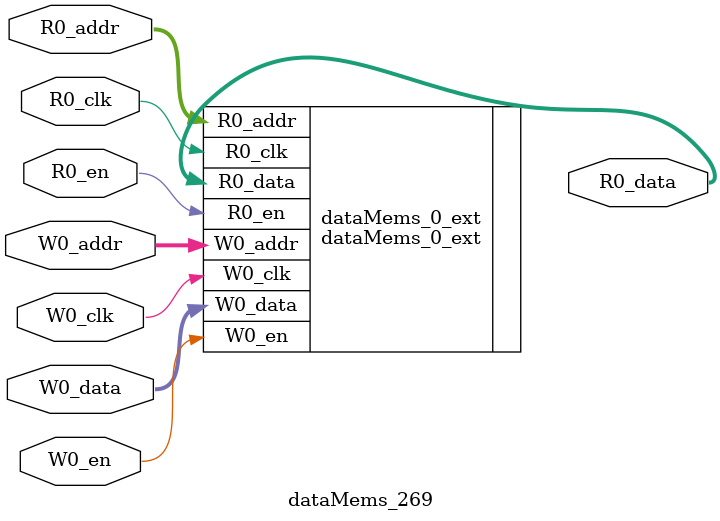
<source format=sv>
`ifndef RANDOMIZE
  `ifdef RANDOMIZE_REG_INIT
    `define RANDOMIZE
  `endif // RANDOMIZE_REG_INIT
`endif // not def RANDOMIZE
`ifndef RANDOMIZE
  `ifdef RANDOMIZE_MEM_INIT
    `define RANDOMIZE
  `endif // RANDOMIZE_MEM_INIT
`endif // not def RANDOMIZE

`ifndef RANDOM
  `define RANDOM $random
`endif // not def RANDOM

// Users can define 'PRINTF_COND' to add an extra gate to prints.
`ifndef PRINTF_COND_
  `ifdef PRINTF_COND
    `define PRINTF_COND_ (`PRINTF_COND)
  `else  // PRINTF_COND
    `define PRINTF_COND_ 1
  `endif // PRINTF_COND
`endif // not def PRINTF_COND_

// Users can define 'ASSERT_VERBOSE_COND' to add an extra gate to assert error printing.
`ifndef ASSERT_VERBOSE_COND_
  `ifdef ASSERT_VERBOSE_COND
    `define ASSERT_VERBOSE_COND_ (`ASSERT_VERBOSE_COND)
  `else  // ASSERT_VERBOSE_COND
    `define ASSERT_VERBOSE_COND_ 1
  `endif // ASSERT_VERBOSE_COND
`endif // not def ASSERT_VERBOSE_COND_

// Users can define 'STOP_COND' to add an extra gate to stop conditions.
`ifndef STOP_COND_
  `ifdef STOP_COND
    `define STOP_COND_ (`STOP_COND)
  `else  // STOP_COND
    `define STOP_COND_ 1
  `endif // STOP_COND
`endif // not def STOP_COND_

// Users can define INIT_RANDOM as general code that gets injected into the
// initializer block for modules with registers.
`ifndef INIT_RANDOM
  `define INIT_RANDOM
`endif // not def INIT_RANDOM

// If using random initialization, you can also define RANDOMIZE_DELAY to
// customize the delay used, otherwise 0.002 is used.
`ifndef RANDOMIZE_DELAY
  `define RANDOMIZE_DELAY 0.002
`endif // not def RANDOMIZE_DELAY

// Define INIT_RANDOM_PROLOG_ for use in our modules below.
`ifndef INIT_RANDOM_PROLOG_
  `ifdef RANDOMIZE
    `ifdef VERILATOR
      `define INIT_RANDOM_PROLOG_ `INIT_RANDOM
    `else  // VERILATOR
      `define INIT_RANDOM_PROLOG_ `INIT_RANDOM #`RANDOMIZE_DELAY begin end
    `endif // VERILATOR
  `else  // RANDOMIZE
    `define INIT_RANDOM_PROLOG_
  `endif // RANDOMIZE
`endif // not def INIT_RANDOM_PROLOG_

// Include register initializers in init blocks unless synthesis is set
`ifndef SYNTHESIS
  `ifndef ENABLE_INITIAL_REG_
    `define ENABLE_INITIAL_REG_
  `endif // not def ENABLE_INITIAL_REG_
`endif // not def SYNTHESIS

// Include rmemory initializers in init blocks unless synthesis is set
`ifndef SYNTHESIS
  `ifndef ENABLE_INITIAL_MEM_
    `define ENABLE_INITIAL_MEM_
  `endif // not def ENABLE_INITIAL_MEM_
`endif // not def SYNTHESIS

module dataMems_269(	// @[generators/ara/src/main/scala/UnsafeAXI4ToTL.scala:365:62]
  input  [4:0]  R0_addr,
  input         R0_en,
  input         R0_clk,
  output [66:0] R0_data,
  input  [4:0]  W0_addr,
  input         W0_en,
  input         W0_clk,
  input  [66:0] W0_data
);

  dataMems_0_ext dataMems_0_ext (	// @[generators/ara/src/main/scala/UnsafeAXI4ToTL.scala:365:62]
    .R0_addr (R0_addr),
    .R0_en   (R0_en),
    .R0_clk  (R0_clk),
    .R0_data (R0_data),
    .W0_addr (W0_addr),
    .W0_en   (W0_en),
    .W0_clk  (W0_clk),
    .W0_data (W0_data)
  );
endmodule


</source>
